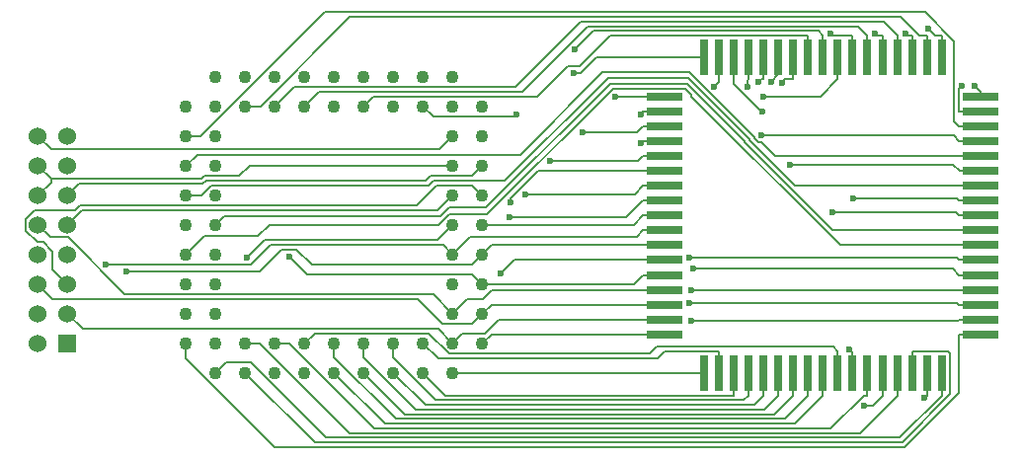
<source format=gbr>
%TF.GenerationSoftware,KiCad,Pcbnew,8.0.2-1*%
%TF.CreationDate,2024-05-11T10:02:20-04:00*%
%TF.ProjectId,Rom 01 IIgs RGBToHDMI,526f6d20-3031-4204-9949-677320524742,rev?*%
%TF.SameCoordinates,Original*%
%TF.FileFunction,Copper,L1,Top*%
%TF.FilePolarity,Positive*%
%FSLAX46Y46*%
G04 Gerber Fmt 4.6, Leading zero omitted, Abs format (unit mm)*
G04 Created by KiCad (PCBNEW 8.0.2-1) date 2024-05-11 10:02:20*
%MOMM*%
%LPD*%
G01*
G04 APERTURE LIST*
%TA.AperFunction,SMDPad,CuDef*%
%ADD10R,3.150000X0.800000*%
%TD*%
%TA.AperFunction,SMDPad,CuDef*%
%ADD11R,0.800000X3.150000*%
%TD*%
%TA.AperFunction,SMDPad,CuDef*%
%ADD12R,3.100000X0.800000*%
%TD*%
%TA.AperFunction,ComponentPad*%
%ADD13R,1.524000X1.524000*%
%TD*%
%TA.AperFunction,ComponentPad*%
%ADD14C,1.524000*%
%TD*%
%TA.AperFunction,ComponentPad*%
%ADD15C,1.100000*%
%TD*%
%TA.AperFunction,ViaPad*%
%ADD16C,0.600000*%
%TD*%
%TA.AperFunction,Conductor*%
%ADD17C,0.200000*%
%TD*%
G04 APERTURE END LIST*
D10*
%TO.P,U1,1,VID7*%
%TO.N,Net-(U1-VID7)*%
X128690000Y-85560000D03*
%TO.P,U1,2,VID8*%
%TO.N,Net-(U1-VID8)*%
X128690000Y-84290000D03*
%TO.P,U1,3,VID9*%
%TO.N,Net-(U1-VID9)*%
X128690000Y-83020000D03*
%TO.P,U1,4,VID10*%
%TO.N,Net-(U1-VID10)*%
X128690000Y-81750000D03*
%TO.P,U1,5,VID11*%
%TO.N,Net-(U1-VID11)*%
X128690000Y-80480000D03*
%TO.P,U1,6,COMP-SYN*%
%TO.N,Net-(U1-COMP-SYN)*%
X128690000Y-79180000D03*
%TO.P,U1,7,MONO-COLOR*%
%TO.N,Net-(U1-MONO-COLOR)*%
X128690000Y-77910000D03*
%TO.P,U1,8,VDD*%
%TO.N,Net-(J1-Pad16)*%
X128690000Y-76640000D03*
%TO.P,U1,9,VSS*%
%TO.N,Net-(U1-VSS)*%
X128690000Y-75370000D03*
D11*
%TO.P,U1,10,14M*%
%TO.N,Net-(U1-14M)*%
X132050000Y-72010000D03*
%TO.P,U1,11,28M*%
%TO.N,Net-(U1-28M)*%
X133320000Y-72010000D03*
%TO.P,U1,12,AD7*%
%TO.N,Net-(U1-AD7)*%
X134590000Y-72010000D03*
%TO.P,U1,13,AD6*%
%TO.N,Net-(U1-AD6)*%
X135860000Y-72010000D03*
%TO.P,U1,14,AD5*%
%TO.N,Net-(U1-AD5)*%
X137160000Y-72010000D03*
%TO.P,U1,15,AD4*%
%TO.N,Net-(U1-AD4)*%
X138430000Y-72010000D03*
%TO.P,U1,16,AD3*%
%TO.N,Net-(U1-AD3)*%
X139700000Y-72010000D03*
%TO.P,U1,17,AD2*%
%TO.N,Net-(U1-AD2)*%
X140970000Y-72010000D03*
%TO.P,U1,18,AD1*%
%TO.N,Net-(U1-AD1)*%
X142240000Y-72010000D03*
%TO.P,U1,19,AD0*%
%TO.N,Net-(U1-AD0)*%
X143510000Y-72010000D03*
%TO.P,U1,20,RGB8*%
%TO.N,Net-(U1-RGB8)*%
X144780000Y-72010000D03*
%TO.P,U1,21,RGB4*%
%TO.N,Net-(U1-RGB4)*%
X146050000Y-72010000D03*
%TO.P,U1,22,RGB2*%
%TO.N,Net-(U1-RGB2)*%
X147350000Y-72010000D03*
%TO.P,U1,23,RGB1*%
%TO.N,Net-(U1-RGB1)*%
X148620000Y-72010000D03*
%TO.P,U1,24,BD0*%
%TO.N,Net-(U1-BD0)*%
X149890000Y-72010000D03*
%TO.P,U1,25,BD1*%
%TO.N,Net-(U1-BD1)*%
X151160000Y-72010000D03*
%TO.P,U1,26,BD2*%
%TO.N,Net-(U1-BD2)*%
X152430000Y-72010000D03*
D10*
%TO.P,U1,27,BD3*%
%TO.N,Net-(U1-BD3)*%
X155790000Y-75370000D03*
%TO.P,U1,28,BD4*%
%TO.N,Net-(U1-BD4)*%
X155790000Y-76640000D03*
%TO.P,U1,29,DB5*%
%TO.N,Net-(U1-DB5)*%
X155790000Y-77910000D03*
%TO.P,U1,30,BD6*%
%TO.N,Net-(U1-BD6)*%
X155790000Y-79180000D03*
%TO.P,U1,31,BD7*%
%TO.N,Net-(U1-BD7)*%
X155790000Y-80480000D03*
D12*
%TO.P,U1,32,RA0*%
%TO.N,Net-(U1-RA0)*%
X155790000Y-81745000D03*
D10*
%TO.P,U1,33,RA1*%
%TO.N,Net-(U1-RA1)*%
X155790000Y-83020000D03*
%TO.P,U1,34,RA2*%
%TO.N,Net-(U1-RA2)*%
X155790000Y-84290000D03*
%TO.P,U1,35,RA3*%
%TO.N,Net-(U1-RA3)*%
X155790000Y-85560000D03*
%TO.P,U1,36,RA4*%
%TO.N,Net-(U1-RA4)*%
X155790000Y-86830000D03*
%TO.P,U1,37,RA5*%
%TO.N,Net-(U1-RA5)*%
X155790000Y-88100000D03*
%TO.P,U1,38,RA6*%
%TO.N,Net-(U1-RA6)*%
X155790000Y-89370000D03*
%TO.P,U1,39,RA7*%
%TO.N,Net-(U1-RA7)*%
X155790000Y-90670000D03*
%TO.P,U1,40,EXTIRQ*%
%TO.N,Net-(U1-EXTIRQ)*%
X155790000Y-91940000D03*
%TO.P,U1,41,IRQ*%
%TO.N,Net-(U1-IRQ)*%
X155790000Y-93210000D03*
%TO.P,U1,42,TEST*%
%TO.N,Net-(U1-TEST)*%
X155790000Y-94480000D03*
%TO.P,U1,43,SYNC*%
%TO.N,Net-(U1-SYNC)*%
X155790000Y-95750000D03*
D11*
%TO.P,U1,44,PDC*%
%TO.N,Net-(U1-PDC)*%
X152430000Y-99110000D03*
%TO.P,U1,45,PH0*%
%TO.N,Net-(U1-PH0)*%
X151160000Y-99110000D03*
%TO.P,U1,46,R/\u002AW*%
%TO.N,Net-(U1-R{slash}\u002AW)*%
X149890000Y-99110000D03*
%TO.P,U1,47,RESET*%
%TO.N,Net-(U1-RESET)*%
X148620000Y-99110000D03*
%TO.P,U1,48,FLIP7*%
%TO.N,Net-(U1-FLIP7)*%
X147350000Y-99110000D03*
%TO.P,U1,49,FLIP6*%
%TO.N,Net-(U1-FLIP6)*%
X146050000Y-99110000D03*
%TO.P,U1,50,A12*%
%TO.N,Net-(U1-A12)*%
X144780000Y-99110000D03*
%TO.P,U1,51,HDSEL*%
%TO.N,Net-(U1-HDSEL)*%
X143510000Y-99110000D03*
%TO.P,U1,52,VBL*%
%TO.N,Net-(U1-VBL)*%
X142240000Y-99110000D03*
%TO.P,U1,53,M2SEL/CA*%
%TO.N,Net-(U1-M2SEL{slash}CA)*%
X140970000Y-99110000D03*
%TO.P,U1,54,CLKCS*%
%TO.N,Net-(U1-CLKCS)*%
X139700000Y-99110000D03*
%TO.P,U1,55,DATA*%
%TO.N,Net-(U1-DATA)*%
X138430000Y-99110000D03*
%TO.P,U1,56,CLK*%
%TO.N,Net-(U1-CLK)*%
X137160000Y-99110000D03*
%TO.P,U1,57,1SEC*%
%TO.N,Net-(U1-1SEC)*%
X135860000Y-99110000D03*
%TO.P,U1,58,VDD*%
%TO.N,Net-(U1-VDD-Pad58)*%
X134590000Y-99110000D03*
%TO.P,U1,59,VDD*%
%TO.N,Net-(U1-VDD-Pad59)*%
X133320000Y-99110000D03*
%TO.P,U1,60,STRETCH*%
%TO.N,Net-(U1-STRETCH)*%
X132050000Y-99110000D03*
D10*
%TO.P,U1,61,EN35*%
%TO.N,Net-(U1-EN35)*%
X128690000Y-95750000D03*
%TO.P,U1,62,VID0*%
%TO.N,Net-(U1-VID0)*%
X128690000Y-94480000D03*
%TO.P,U1,63,VID1*%
%TO.N,Net-(U1-VID1)*%
X128690000Y-93210000D03*
%TO.P,U1,64,VID2*%
%TO.N,Net-(U1-VID2)*%
X128690000Y-91940000D03*
%TO.P,U1,65,VID3*%
%TO.N,Net-(U1-VID3)*%
X128690000Y-90670000D03*
%TO.P,U1,66,VID4*%
%TO.N,Net-(U1-VID4)*%
X128690000Y-89370000D03*
%TO.P,U1,67,VID5*%
%TO.N,Net-(U1-VID5)*%
X128690000Y-88100000D03*
%TO.P,U1,68,VID6*%
%TO.N,Net-(U1-VID6)*%
X128690000Y-86830000D03*
%TD*%
D13*
%TO.P,J1,1*%
%TO.N,Net-(U1-VID4)*%
X77470000Y-96520000D03*
D14*
%TO.P,J1,2*%
%TO.N,Net-(U1-VID8)*%
X74930000Y-96520000D03*
%TO.P,J1,3*%
%TO.N,Net-(U1-VID0)*%
X77470000Y-93980000D03*
%TO.P,J1,4*%
%TO.N,Net-(U1-VID5)*%
X74930000Y-93980000D03*
%TO.P,J1,5*%
%TO.N,Net-(U1-VID9)*%
X77470000Y-91440000D03*
%TO.P,J1,6*%
%TO.N,Net-(U1-VID1)*%
X74930000Y-91440000D03*
%TO.P,J1,7*%
%TO.N,Net-(U1-VSS)*%
X77470000Y-88900000D03*
%TO.P,J1,8*%
%TO.N,Net-(U1-VID6)*%
X74930000Y-88900000D03*
%TO.P,J1,9*%
%TO.N,Net-(U1-VID10)*%
X77470000Y-86360000D03*
%TO.P,J1,10*%
%TO.N,Net-(U1-VID2)*%
X74930000Y-86360000D03*
%TO.P,J1,11*%
%TO.N,Net-(U1-VID11)*%
X77470000Y-83820000D03*
%TO.P,J1,12*%
%TO.N,Net-(U1-COMP-SYN)*%
X74930000Y-83820000D03*
%TO.P,J1,13*%
%TO.N,Net-(U1-VID7)*%
X77470000Y-81280000D03*
%TO.P,J1,14*%
%TO.N,Net-(U1-COMP-SYN)*%
X74930000Y-81280000D03*
%TO.P,J1,15*%
%TO.N,Net-(U1-VID3)*%
X77470000Y-78740000D03*
%TO.P,J1,16*%
%TO.N,Net-(J1-Pad16)*%
X74930000Y-78740000D03*
%TD*%
D15*
%TO.P,U2,1,VID7*%
%TO.N,Net-(U1-VID7)*%
X113030000Y-86360000D03*
%TO.P,U2,2,VID8*%
%TO.N,Net-(U1-VID8)*%
X110490000Y-86360000D03*
%TO.P,U2,3,VID9*%
%TO.N,Net-(U1-VID9)*%
X113030000Y-83820000D03*
%TO.P,U2,4,VID10*%
%TO.N,Net-(U1-VID10)*%
X110490000Y-83820000D03*
%TO.P,U2,5,VID11*%
%TO.N,Net-(U1-VID11)*%
X113030000Y-81280000D03*
%TO.P,U2,6,COMP-SYN*%
%TO.N,Net-(U1-COMP-SYN)*%
X110490000Y-81280000D03*
%TO.P,U2,7,MONO-COLOR*%
%TO.N,Net-(U1-MONO-COLOR)*%
X113030000Y-78740000D03*
%TO.P,U2,8,VDD*%
%TO.N,Net-(J1-Pad16)*%
X110490000Y-78740000D03*
%TO.P,U2,9,VSS*%
%TO.N,Net-(U1-VSS)*%
X113030000Y-76200000D03*
%TO.P,U2,10,14M*%
%TO.N,Net-(U1-14M)*%
X110490000Y-73660000D03*
%TO.P,U2,11,28M*%
%TO.N,Net-(U1-28M)*%
X110490000Y-76200000D03*
%TO.P,U2,12,AD7*%
%TO.N,Net-(U1-AD7)*%
X107950000Y-73660000D03*
%TO.P,U2,13,AD6*%
%TO.N,Net-(U1-AD6)*%
X107950000Y-76200000D03*
%TO.P,U2,14,AD5*%
%TO.N,Net-(U1-AD5)*%
X105410000Y-73660000D03*
%TO.P,U2,15,AD4*%
%TO.N,Net-(U1-AD4)*%
X105410000Y-76200000D03*
%TO.P,U2,16,AD3*%
%TO.N,Net-(U1-AD3)*%
X102870000Y-73660000D03*
%TO.P,U2,17,AD2*%
%TO.N,Net-(U1-AD2)*%
X102870000Y-76200000D03*
%TO.P,U2,18,AD1*%
%TO.N,Net-(U1-AD1)*%
X100330000Y-73660000D03*
%TO.P,U2,19,AD0*%
%TO.N,Net-(U1-AD0)*%
X100330000Y-76200000D03*
%TO.P,U2,20,RGB8*%
%TO.N,Net-(U1-RGB8)*%
X97790000Y-73660000D03*
%TO.P,U2,21,RGB4*%
%TO.N,Net-(U1-RGB4)*%
X97790000Y-76200000D03*
%TO.P,U2,22,RGB2*%
%TO.N,Net-(U1-RGB2)*%
X95250000Y-73660000D03*
%TO.P,U2,23,RGB1*%
%TO.N,Net-(U1-RGB1)*%
X95250000Y-76200000D03*
%TO.P,U2,24,BD0*%
%TO.N,Net-(U1-BD0)*%
X92710000Y-73660000D03*
%TO.P,U2,25,BD1*%
%TO.N,Net-(U1-BD1)*%
X92710000Y-76200000D03*
%TO.P,U2,26,BD2*%
%TO.N,Net-(U1-BD2)*%
X90170000Y-73660000D03*
%TO.P,U2,27,BD3*%
%TO.N,Net-(U1-BD3)*%
X87630000Y-76200000D03*
%TO.P,U2,28,BD4*%
%TO.N,Net-(U1-BD4)*%
X90170000Y-76200000D03*
%TO.P,U2,29,DB5*%
%TO.N,Net-(U1-DB5)*%
X87630000Y-78740000D03*
%TO.P,U2,30,BD6*%
%TO.N,Net-(U1-BD6)*%
X90170000Y-78740000D03*
%TO.P,U2,31,BD7*%
%TO.N,Net-(U1-BD7)*%
X87630000Y-81280000D03*
%TO.P,U2,32,RA0*%
%TO.N,Net-(U1-RA0)*%
X90170000Y-81280000D03*
%TO.P,U2,33,RA1*%
%TO.N,Net-(U1-RA1)*%
X87630000Y-83820000D03*
%TO.P,U2,34,RA2*%
%TO.N,Net-(U1-RA2)*%
X90170000Y-83820000D03*
%TO.P,U2,35,RA3*%
%TO.N,Net-(U1-RA3)*%
X87630000Y-86360000D03*
%TO.P,U2,36,RA4*%
%TO.N,Net-(U1-RA4)*%
X90170000Y-86360000D03*
%TO.P,U2,37,RA5*%
%TO.N,Net-(U1-RA5)*%
X87630000Y-88900000D03*
%TO.P,U2,38,RA6*%
%TO.N,Net-(U1-RA6)*%
X90170000Y-88900000D03*
%TO.P,U2,39,RA7*%
%TO.N,Net-(U1-RA7)*%
X87630000Y-91440000D03*
%TO.P,U2,40,EXTIRQ*%
%TO.N,Net-(U1-EXTIRQ)*%
X90170000Y-91440000D03*
%TO.P,U2,41,IRQ*%
%TO.N,Net-(U1-IRQ)*%
X87630000Y-93980000D03*
%TO.P,U2,42,TEST*%
%TO.N,Net-(U1-TEST)*%
X90170000Y-93980000D03*
%TO.P,U2,43,SYNC*%
%TO.N,Net-(U1-SYNC)*%
X87630000Y-96520000D03*
%TO.P,U2,44,PDC*%
%TO.N,Net-(U1-PDC)*%
X90170000Y-99060000D03*
%TO.P,U2,45,PH0*%
%TO.N,Net-(U1-PH0)*%
X90170000Y-96520000D03*
%TO.P,U2,46,R/\u002AW*%
%TO.N,Net-(U1-R{slash}\u002AW)*%
X92710000Y-99060000D03*
%TO.P,U2,47,RESET*%
%TO.N,Net-(U1-RESET)*%
X92710000Y-96520000D03*
%TO.P,U2,48,FLIP7*%
%TO.N,Net-(U1-FLIP7)*%
X95250000Y-99060000D03*
%TO.P,U2,49,FLIP6*%
%TO.N,Net-(U1-FLIP6)*%
X95250000Y-96520000D03*
%TO.P,U2,50,A12*%
%TO.N,Net-(U1-A12)*%
X97790000Y-99060000D03*
%TO.P,U2,51,HDSEL*%
%TO.N,Net-(U1-HDSEL)*%
X97790000Y-96520000D03*
%TO.P,U2,52,VBL*%
%TO.N,Net-(U1-VBL)*%
X100330000Y-99060000D03*
%TO.P,U2,53,M2SEL/CA*%
%TO.N,Net-(U1-M2SEL{slash}CA)*%
X100330000Y-96520000D03*
%TO.P,U2,54,CLKCS*%
%TO.N,Net-(U1-CLKCS)*%
X102870000Y-99060000D03*
%TO.P,U2,55,DATA*%
%TO.N,Net-(U1-DATA)*%
X102870000Y-96520000D03*
%TO.P,U2,56,CLK*%
%TO.N,Net-(U1-CLK)*%
X105410000Y-99060000D03*
%TO.P,U2,57,1SEC*%
%TO.N,Net-(U1-1SEC)*%
X105410000Y-96520000D03*
%TO.P,U2,58,VDD*%
%TO.N,Net-(U1-VDD-Pad58)*%
X107950000Y-99060000D03*
%TO.P,U2,59,VDD*%
%TO.N,Net-(U1-VDD-Pad59)*%
X107950000Y-96520000D03*
%TO.P,U2,60,STRETCH*%
%TO.N,Net-(U1-STRETCH)*%
X110490000Y-99060000D03*
%TO.P,U2,61,EN35*%
%TO.N,Net-(U1-EN35)*%
X113030000Y-96520000D03*
%TO.P,U2,62,VID0*%
%TO.N,Net-(U1-VID0)*%
X110490000Y-96520000D03*
%TO.P,U2,63,VID1*%
%TO.N,Net-(U1-VID1)*%
X113030000Y-93980000D03*
%TO.P,U2,64,VID2*%
%TO.N,Net-(U1-VID2)*%
X110490000Y-93980000D03*
%TO.P,U2,65,VID3*%
%TO.N,Net-(U1-VID3)*%
X113030000Y-91440000D03*
%TO.P,U2,66,VID4*%
%TO.N,Net-(U1-VID4)*%
X110490000Y-91440000D03*
%TO.P,U2,67,VID5*%
%TO.N,Net-(U1-VID5)*%
X113030000Y-88900000D03*
%TO.P,U2,68,VID6*%
%TO.N,Net-(U1-VID6)*%
X110490000Y-88900000D03*
%TD*%
D16*
%TO.N,Net-(U1-BD3)*%
X155268600Y-74440500D03*
%TO.N,Net-(U1-AD3)*%
X138700700Y-74158500D03*
%TO.N,Net-(U1-EXTIRQ)*%
X130969700Y-91945300D03*
%TO.N,Net-(U1-BD2)*%
X151283200Y-69525300D03*
%TO.N,Net-(U1-RA7)*%
X131146100Y-90115600D03*
%TO.N,Net-(U1-BD4)*%
X154107900Y-74430000D03*
%TO.N,Net-(U1-AD6)*%
X115950000Y-76860600D03*
X135753400Y-74528800D03*
%TO.N,Net-(U1-RA0)*%
X139419900Y-81221500D03*
%TO.N,Net-(U1-AD7)*%
X137062600Y-76678500D03*
%TO.N,Net-(U1-AD4)*%
X137767300Y-74090300D03*
%TO.N,Net-(U1-BD6)*%
X136952800Y-78702600D03*
%TO.N,Net-(U1-AD5)*%
X136711600Y-74102300D03*
%TO.N,Net-(U1-14M)*%
X120871600Y-73349500D03*
%TO.N,Net-(U1-RA2)*%
X144796500Y-84055600D03*
%TO.N,Net-(U1-BD0)*%
X149352900Y-69923600D03*
%TO.N,Net-(U1-RGB2)*%
X146705900Y-69963300D03*
%TO.N,Net-(U1-RA6)*%
X130780600Y-89162900D03*
%TO.N,Net-(U1-TEST)*%
X130909000Y-94604400D03*
%TO.N,Net-(U1-AD0)*%
X137154600Y-75404300D03*
%TO.N,Net-(U1-A12)*%
X144461600Y-97023000D03*
%TO.N,Net-(U1-FLIP7)*%
X145723500Y-101835700D03*
%TO.N,Net-(U1-MONO-COLOR)*%
X121651700Y-78453500D03*
%TO.N,Net-(U1-RGB8)*%
X142876600Y-69932400D03*
%TO.N,Net-(U1-RA3)*%
X143018800Y-85299000D03*
%TO.N,Net-(U1-PH0)*%
X150951800Y-101193300D03*
%TO.N,Net-(U1-AD1)*%
X120925400Y-71330300D03*
%TO.N,Net-(U1-IRQ)*%
X130806800Y-93045000D03*
%TO.N,Net-(U1-28M)*%
X132886200Y-74510400D03*
%TO.N,Net-(U1-VID4)*%
X114605900Y-90526700D03*
%TO.N,Net-(J1-Pad16)*%
X126587900Y-76890500D03*
%TO.N,Net-(U1-VID11)*%
X118850400Y-80913700D03*
%TO.N,Net-(U1-VID10)*%
X115482900Y-84436400D03*
%TO.N,Net-(U1-VSS)*%
X124412100Y-75370000D03*
%TO.N,Net-(U1-VID8)*%
X92836400Y-89165600D03*
X115366500Y-85720500D03*
%TO.N,Net-(U1-COMP-SYN)*%
X126607900Y-79385400D03*
%TO.N,Net-(U1-VID9)*%
X116700800Y-83752100D03*
%TO.N,Net-(U1-VID5)*%
X82542400Y-90371100D03*
%TO.N,Net-(U1-VID6)*%
X80740100Y-89759900D03*
%TO.N,Net-(U1-VID3)*%
X96464900Y-89066200D03*
%TD*%
D17*
%TO.N,Net-(U1-BD3)*%
X155790000Y-74961900D02*
X155790000Y-75370000D01*
X155268600Y-74440500D02*
X155790000Y-74961900D01*
%TO.N,Net-(U1-AD3)*%
X139700000Y-72010000D02*
X139700000Y-73886700D01*
X138972500Y-73886700D02*
X138700700Y-74158500D01*
X139700000Y-73886700D02*
X138972500Y-73886700D01*
%TO.N,Net-(U1-DATA)*%
X138430000Y-99110000D02*
X138430000Y-100986700D01*
X137224900Y-102191800D02*
X138430000Y-100986700D01*
X107308400Y-102191800D02*
X137224900Y-102191800D01*
X102870000Y-97753400D02*
X107308400Y-102191800D01*
X102870000Y-96520000D02*
X102870000Y-97753400D01*
%TO.N,Net-(U1-EXTIRQ)*%
X153908000Y-91945300D02*
X153913300Y-91940000D01*
X130969700Y-91945300D02*
X153908000Y-91945300D01*
X155790000Y-91940000D02*
X153913300Y-91940000D01*
%TO.N,Net-(U1-BD2)*%
X152430000Y-72010000D02*
X152430000Y-70133300D01*
X151891200Y-70133300D02*
X151283200Y-69525300D01*
X152430000Y-70133300D02*
X151891200Y-70133300D01*
%TO.N,Net-(U1-RA7)*%
X153358900Y-90115600D02*
X153913300Y-90670000D01*
X131146100Y-90115600D02*
X153358900Y-90115600D01*
X155790000Y-90670000D02*
X153913300Y-90670000D01*
%TO.N,Net-(U1-RA1)*%
X155790000Y-83020000D02*
X153913300Y-83020000D01*
X88965500Y-83820000D02*
X87630000Y-83820000D01*
X89817200Y-82968300D02*
X88965500Y-83820000D01*
X108450200Y-82968300D02*
X89817200Y-82968300D01*
X108851900Y-82566600D02*
X108450200Y-82968300D01*
X114978900Y-82566600D02*
X108851900Y-82566600D01*
X123793800Y-73751700D02*
X114978900Y-82566600D01*
X130682400Y-73751700D02*
X123793800Y-73751700D01*
X135946700Y-79016000D02*
X130682400Y-73751700D01*
X135946700Y-79115500D02*
X135946700Y-79016000D01*
X139851200Y-83020000D02*
X135946700Y-79115500D01*
X153913300Y-83020000D02*
X139851200Y-83020000D01*
%TO.N,Net-(U1-RGB1)*%
X147414600Y-68927900D02*
X148620000Y-70133300D01*
X121466600Y-68927900D02*
X147414600Y-68927900D01*
X115866600Y-74527900D02*
X121466600Y-68927900D01*
X96922100Y-74527900D02*
X115866600Y-74527900D01*
X95250000Y-76200000D02*
X96922100Y-74527900D01*
X148620000Y-72010000D02*
X148620000Y-70133300D01*
%TO.N,Net-(U1-HDSEL)*%
X143510000Y-99110000D02*
X143510000Y-97233300D01*
X98643000Y-95667000D02*
X97790000Y-96520000D01*
X108432500Y-95667000D02*
X98643000Y-95667000D01*
X110184900Y-97419400D02*
X108432500Y-95667000D01*
X127368200Y-97419400D02*
X110184900Y-97419400D01*
X127956000Y-96831600D02*
X127368200Y-97419400D01*
X143108300Y-96831600D02*
X127956000Y-96831600D01*
X143510000Y-97233300D02*
X143108300Y-96831600D01*
%TO.N,Net-(U1-BD4)*%
X155790000Y-76640000D02*
X153913300Y-76640000D01*
X153913300Y-74624600D02*
X154107900Y-74430000D01*
X153913300Y-76640000D02*
X153913300Y-74624600D01*
%TO.N,Net-(U1-RESET)*%
X148620000Y-99110000D02*
X148620000Y-100986700D01*
X145406400Y-104200300D02*
X148620000Y-100986700D01*
X101633900Y-104200300D02*
X145406400Y-104200300D01*
X93953600Y-96520000D02*
X101633900Y-104200300D01*
X92710000Y-96520000D02*
X93953600Y-96520000D01*
%TO.N,Net-(U1-AD6)*%
X135860000Y-72010000D02*
X135860000Y-73886700D01*
X135753400Y-73993300D02*
X135860000Y-73886700D01*
X135753400Y-74528800D02*
X135753400Y-73993300D01*
X115754500Y-77056100D02*
X115950000Y-76860600D01*
X108806100Y-77056100D02*
X115754500Y-77056100D01*
X107950000Y-76200000D02*
X108806100Y-77056100D01*
%TO.N,Net-(U1-BD1)*%
X151160000Y-72010000D02*
X151160000Y-70133300D01*
X94011200Y-76200000D02*
X92710000Y-76200000D01*
X101685000Y-68526200D02*
X94011200Y-76200000D01*
X148859000Y-68526200D02*
X101685000Y-68526200D01*
X150466100Y-70133300D02*
X148859000Y-68526200D01*
X151160000Y-70133300D02*
X150466100Y-70133300D01*
%TO.N,Net-(U1-PDC)*%
X152430000Y-99110000D02*
X152430000Y-100986700D01*
X148814700Y-104602000D02*
X152430000Y-100986700D01*
X99587500Y-104602000D02*
X148814700Y-104602000D01*
X93142900Y-98157400D02*
X99587500Y-104602000D01*
X91072600Y-98157400D02*
X93142900Y-98157400D01*
X90170000Y-99060000D02*
X91072600Y-98157400D01*
%TO.N,Net-(U1-RA0)*%
X153414800Y-81221500D02*
X153938300Y-81745000D01*
X139419900Y-81221500D02*
X153414800Y-81221500D01*
X155790000Y-81745000D02*
X153938300Y-81745000D01*
%TO.N,Net-(U1-DB5)*%
X155790000Y-77910000D02*
X153913300Y-77910000D01*
X88877900Y-78740000D02*
X87630000Y-78740000D01*
X99493400Y-68124500D02*
X88877900Y-78740000D01*
X150997600Y-68124500D02*
X99493400Y-68124500D01*
X153488000Y-70614900D02*
X150997600Y-68124500D01*
X153488000Y-77484700D02*
X153488000Y-70614900D01*
X153913300Y-77910000D02*
X153488000Y-77484700D01*
%TO.N,Net-(U1-SYNC)*%
X155790000Y-95750000D02*
X153913300Y-95750000D01*
X153913300Y-100745600D02*
X153913300Y-95750000D01*
X149253500Y-105405400D02*
X153913300Y-100745600D01*
X95246000Y-105405400D02*
X149253500Y-105405400D01*
X87630000Y-97789400D02*
X95246000Y-105405400D01*
X87630000Y-96520000D02*
X87630000Y-97789400D01*
%TO.N,Net-(U1-AD7)*%
X136985800Y-76678500D02*
X137062600Y-76678500D01*
X134590000Y-74282700D02*
X136985800Y-76678500D01*
X134590000Y-72010000D02*
X134590000Y-74282700D01*
%TO.N,Net-(U1-AD4)*%
X138430000Y-73427600D02*
X137767300Y-74090300D01*
X138430000Y-72010000D02*
X138430000Y-73427600D01*
%TO.N,Net-(U1-BD6)*%
X155790000Y-79180000D02*
X153913300Y-79180000D01*
X153435900Y-78702600D02*
X136952800Y-78702600D01*
X153913300Y-79180000D02*
X153435900Y-78702600D01*
%TO.N,Net-(U1-AD2)*%
X124015400Y-70133300D02*
X140970000Y-70133300D01*
X121400900Y-72747800D02*
X124015400Y-70133300D01*
X120356700Y-72747800D02*
X121400900Y-72747800D01*
X117756200Y-75348300D02*
X120356700Y-72747800D01*
X103721700Y-75348300D02*
X117756200Y-75348300D01*
X102870000Y-76200000D02*
X103721700Y-75348300D01*
X140970000Y-72010000D02*
X140970000Y-70133300D01*
%TO.N,Net-(U1-AD5)*%
X136927200Y-73886700D02*
X136711600Y-74102300D01*
X137160000Y-73886700D02*
X136927200Y-73886700D01*
X137160000Y-72010000D02*
X137160000Y-73886700D01*
%TO.N,Net-(U1-RA5)*%
X89195200Y-87334800D02*
X87630000Y-88900000D01*
X93775500Y-87334800D02*
X89195200Y-87334800D01*
X94752800Y-86357500D02*
X93775500Y-87334800D01*
X109287000Y-86357500D02*
X94752800Y-86357500D01*
X110189800Y-85454700D02*
X109287000Y-86357500D01*
X113442100Y-85454700D02*
X110189800Y-85454700D01*
X124242600Y-74654200D02*
X113442100Y-85454700D01*
X130410100Y-74654200D02*
X124242600Y-74654200D01*
X130958200Y-75202300D02*
X130410100Y-74654200D01*
X130958200Y-75333100D02*
X130958200Y-75202300D01*
X143725100Y-88100000D02*
X130958200Y-75333100D01*
X155790000Y-88100000D02*
X143725100Y-88100000D01*
%TO.N,Net-(U1-EN35)*%
X128690000Y-95750000D02*
X126813300Y-95750000D01*
X113800000Y-95750000D02*
X113030000Y-96520000D01*
X126813300Y-95750000D02*
X113800000Y-95750000D01*
%TO.N,Net-(U1-14M)*%
X121437900Y-73349500D02*
X120871600Y-73349500D01*
X122777400Y-72010000D02*
X121437900Y-73349500D01*
X132050000Y-72010000D02*
X122777400Y-72010000D01*
%TO.N,Net-(U1-RA2)*%
X153678900Y-84055600D02*
X153913300Y-84290000D01*
X144796500Y-84055600D02*
X153678900Y-84055600D01*
X155790000Y-84290000D02*
X153913300Y-84290000D01*
%TO.N,Net-(U1-BD0)*%
X149890000Y-72010000D02*
X149890000Y-70133300D01*
X149562600Y-70133300D02*
X149352900Y-69923600D01*
X149890000Y-70133300D02*
X149562600Y-70133300D01*
%TO.N,Net-(U1-RGB2)*%
X147350000Y-72010000D02*
X147350000Y-70133300D01*
X146875900Y-70133300D02*
X146705900Y-69963300D01*
X147350000Y-70133300D02*
X146875900Y-70133300D01*
%TO.N,Net-(U1-M2SEL{slash}CA)*%
X140970000Y-99110000D02*
X140970000Y-100986700D01*
X138961500Y-102995200D02*
X140970000Y-100986700D01*
X105586600Y-102995200D02*
X138961500Y-102995200D01*
X100330000Y-97738600D02*
X105586600Y-102995200D01*
X100330000Y-96520000D02*
X100330000Y-97738600D01*
%TO.N,Net-(U1-RA6)*%
X155790000Y-89370000D02*
X153913300Y-89370000D01*
X153706200Y-89162900D02*
X130780600Y-89162900D01*
X153913300Y-89370000D02*
X153706200Y-89162900D01*
%TO.N,Net-(U1-1SEC)*%
X135458300Y-101388400D02*
X135860000Y-100986700D01*
X109044300Y-101388400D02*
X135458300Y-101388400D01*
X105410000Y-97754100D02*
X109044300Y-101388400D01*
X105410000Y-96520000D02*
X105410000Y-97754100D01*
X135860000Y-99110000D02*
X135860000Y-100986700D01*
%TO.N,Net-(U1-TEST)*%
X153788900Y-94604400D02*
X153913300Y-94480000D01*
X130909000Y-94604400D02*
X153788900Y-94604400D01*
X155790000Y-94480000D02*
X153913300Y-94480000D01*
%TO.N,Net-(U1-AD0)*%
X141992400Y-75404300D02*
X143510000Y-73886700D01*
X137154600Y-75404300D02*
X141992400Y-75404300D01*
X143510000Y-72010000D02*
X143510000Y-73886700D01*
%TO.N,Net-(U1-RA4)*%
X90878100Y-85651900D02*
X90170000Y-86360000D01*
X109421400Y-85651900D02*
X90878100Y-85651900D01*
X110186200Y-84887100D02*
X109421400Y-85651900D01*
X113304500Y-84887100D02*
X110186200Y-84887100D01*
X123962000Y-74229600D02*
X113304500Y-84887100D01*
X130592200Y-74229600D02*
X123962000Y-74229600D01*
X135545000Y-79182400D02*
X130592200Y-74229600D01*
X135545000Y-79285900D02*
X135545000Y-79182400D01*
X143089100Y-86830000D02*
X135545000Y-79285900D01*
X155790000Y-86830000D02*
X143089100Y-86830000D01*
%TO.N,Net-(U1-R{slash}\u002AW)*%
X149890000Y-99110000D02*
X149890000Y-97233300D01*
X152962400Y-97233300D02*
X149890000Y-97233300D01*
X153154800Y-97425700D02*
X152962400Y-97233300D01*
X153154800Y-100894200D02*
X153154800Y-97425700D01*
X149045300Y-105003700D02*
X153154800Y-100894200D01*
X98653700Y-105003700D02*
X149045300Y-105003700D01*
X92710000Y-99060000D02*
X98653700Y-105003700D01*
%TO.N,Net-(U1-STRETCH)*%
X132000000Y-99060000D02*
X132050000Y-99110000D01*
X110490000Y-99060000D02*
X132000000Y-99060000D01*
%TO.N,Net-(U1-BD7)*%
X88569400Y-80340600D02*
X87630000Y-81280000D01*
X116283900Y-80340600D02*
X88569400Y-80340600D01*
X123358100Y-73266400D02*
X116283900Y-80340600D01*
X130784100Y-73266400D02*
X123358100Y-73266400D01*
X136349900Y-78832200D02*
X130784100Y-73266400D01*
X136349900Y-78950700D02*
X136349900Y-78832200D01*
X136704600Y-79305400D02*
X136349900Y-78950700D01*
X136943700Y-79305400D02*
X136704600Y-79305400D01*
X138118300Y-80480000D02*
X136943700Y-79305400D01*
X155790000Y-80480000D02*
X138118300Y-80480000D01*
%TO.N,Net-(U1-RGB4)*%
X146050000Y-72010000D02*
X146050000Y-70133300D01*
X145246600Y-69329900D02*
X146050000Y-70133300D01*
X122047900Y-69329900D02*
X145246600Y-69329900D01*
X116431900Y-74945900D02*
X122047900Y-69329900D01*
X99044100Y-74945900D02*
X116431900Y-74945900D01*
X97790000Y-76200000D02*
X99044100Y-74945900D01*
%TO.N,Net-(U1-VDD-Pad59)*%
X128688100Y-97233300D02*
X133320000Y-97233300D01*
X128100300Y-97821100D02*
X128688100Y-97233300D01*
X109251100Y-97821100D02*
X128100300Y-97821100D01*
X107950000Y-96520000D02*
X109251100Y-97821100D01*
X133320000Y-99110000D02*
X133320000Y-97233300D01*
%TO.N,Net-(U1-A12)*%
X144671900Y-97233300D02*
X144461600Y-97023000D01*
X144780000Y-97233300D02*
X144671900Y-97233300D01*
X144780000Y-99110000D02*
X144780000Y-97233300D01*
%TO.N,Net-(U1-FLIP7)*%
X147350000Y-99110000D02*
X147350000Y-100986700D01*
X146501000Y-101835700D02*
X145723500Y-101835700D01*
X147350000Y-100986700D02*
X146501000Y-101835700D01*
%TO.N,Net-(U1-MONO-COLOR)*%
X126269800Y-78453500D02*
X126813300Y-77910000D01*
X121651700Y-78453500D02*
X126269800Y-78453500D01*
X128690000Y-77910000D02*
X126813300Y-77910000D01*
%TO.N,Net-(U1-RGB8)*%
X144780000Y-72010000D02*
X144780000Y-70133300D01*
X143077500Y-70133300D02*
X142876600Y-69932400D01*
X144780000Y-70133300D02*
X143077500Y-70133300D01*
%TO.N,Net-(U1-RA3)*%
X155790000Y-85560000D02*
X153913300Y-85560000D01*
X153652300Y-85299000D02*
X143018800Y-85299000D01*
X153913300Y-85560000D02*
X153652300Y-85299000D01*
%TO.N,Net-(U1-CLKCS)*%
X139700000Y-99110000D02*
X139700000Y-100986700D01*
X138093200Y-102593500D02*
X139700000Y-100986700D01*
X106403500Y-102593500D02*
X138093200Y-102593500D01*
X102870000Y-99060000D02*
X106403500Y-102593500D01*
%TO.N,Net-(U1-VBL)*%
X142240000Y-99110000D02*
X142240000Y-100986700D01*
X139829800Y-103396900D02*
X142240000Y-100986700D01*
X104666900Y-103396900D02*
X139829800Y-103396900D01*
X100330000Y-99060000D02*
X104666900Y-103396900D01*
%TO.N,Net-(U1-PH0)*%
X151160000Y-99110000D02*
X151160000Y-100986700D01*
X150953400Y-101193300D02*
X150951800Y-101193300D01*
X151160000Y-100986700D02*
X150953400Y-101193300D01*
%TO.N,Net-(U1-AD1)*%
X142240000Y-72010000D02*
X142240000Y-70133300D01*
X122524100Y-69731600D02*
X120925400Y-71330300D01*
X141838300Y-69731600D02*
X122524100Y-69731600D01*
X142240000Y-70133300D02*
X141838300Y-69731600D01*
%TO.N,Net-(U1-VDD-Pad58)*%
X134590000Y-99110000D02*
X134590000Y-100986700D01*
X109876700Y-100986700D02*
X107950000Y-99060000D01*
X134590000Y-100986700D02*
X109876700Y-100986700D01*
%TO.N,Net-(U1-IRQ)*%
X155790000Y-93210000D02*
X153913300Y-93210000D01*
X153748300Y-93045000D02*
X130806800Y-93045000D01*
X153913300Y-93210000D02*
X153748300Y-93045000D01*
%TO.N,Net-(U1-FLIP6)*%
X146050000Y-99110000D02*
X146050000Y-100986700D01*
X145721700Y-100986700D02*
X146050000Y-100986700D01*
X142909800Y-103798600D02*
X145721700Y-100986700D01*
X103788400Y-103798600D02*
X142909800Y-103798600D01*
X96509800Y-96520000D02*
X103788400Y-103798600D01*
X95250000Y-96520000D02*
X96509800Y-96520000D01*
%TO.N,Net-(U1-CLK)*%
X137160000Y-99110000D02*
X137160000Y-100986700D01*
X136356600Y-101790100D02*
X137160000Y-100986700D01*
X108140100Y-101790100D02*
X136356600Y-101790100D01*
X105410000Y-99060000D02*
X108140100Y-101790100D01*
%TO.N,Net-(U1-28M)*%
X133320000Y-72010000D02*
X133320000Y-73886700D01*
X133320000Y-74076600D02*
X132886200Y-74510400D01*
X133320000Y-73886700D02*
X133320000Y-74076600D01*
%TO.N,Net-(U1-VID4)*%
X115762600Y-89370000D02*
X128690000Y-89370000D01*
X114605900Y-90526700D02*
X115762600Y-89370000D01*
%TO.N,Net-(J1-Pad16)*%
X76041100Y-79851100D02*
X74930000Y-78740000D01*
X109378900Y-79851100D02*
X76041100Y-79851100D01*
X110490000Y-78740000D02*
X109378900Y-79851100D01*
X128690000Y-76640000D02*
X126813300Y-76640000D01*
X126813300Y-76665100D02*
X126587900Y-76890500D01*
X126813300Y-76640000D02*
X126813300Y-76665100D01*
%TO.N,Net-(U1-VID11)*%
X78435000Y-82855000D02*
X77470000Y-83820000D01*
X78435000Y-82854900D02*
X78435000Y-82855000D01*
X89065200Y-82854900D02*
X78435000Y-82854900D01*
X89353500Y-82566600D02*
X89065200Y-82854900D01*
X108184600Y-82566600D02*
X89353500Y-82566600D01*
X108586300Y-82164900D02*
X108184600Y-82566600D01*
X112145100Y-82164900D02*
X108586300Y-82164900D01*
X113030000Y-81280000D02*
X112145100Y-82164900D01*
X128690000Y-80480000D02*
X126813300Y-80480000D01*
X126379600Y-80913700D02*
X118850400Y-80913700D01*
X126813300Y-80480000D02*
X126379600Y-80913700D01*
%TO.N,Net-(U1-VID10)*%
X115482900Y-84119200D02*
X115482900Y-84436400D01*
X117852100Y-81750000D02*
X115482900Y-84119200D01*
X128690000Y-81750000D02*
X117852100Y-81750000D01*
X78680800Y-85149200D02*
X77470000Y-86360000D01*
X109160800Y-85149200D02*
X78680800Y-85149200D01*
X110490000Y-83820000D02*
X109160800Y-85149200D01*
%TO.N,Net-(U1-VSS)*%
X128690000Y-75370000D02*
X126813300Y-75370000D01*
X126813300Y-75370000D02*
X124412100Y-75370000D01*
%TO.N,Net-(U1-VID8)*%
X94341000Y-87661000D02*
X92836400Y-89165600D01*
X109189000Y-87661000D02*
X94341000Y-87661000D01*
X110490000Y-86360000D02*
X109189000Y-87661000D01*
X125382800Y-85720500D02*
X126813300Y-84290000D01*
X115366500Y-85720500D02*
X125382800Y-85720500D01*
X128690000Y-84290000D02*
X126813300Y-84290000D01*
%TO.N,Net-(U1-COMP-SYN)*%
X128690000Y-79180000D02*
X126813300Y-79180000D01*
X76041200Y-82708800D02*
X74930000Y-83820000D01*
X76041200Y-82391200D02*
X76041200Y-82708800D01*
X76041200Y-82391200D02*
X74930000Y-81280000D01*
X126813300Y-79180000D02*
X126607900Y-79385400D01*
X88958800Y-82391200D02*
X76041200Y-82391200D01*
X89186600Y-82163400D02*
X88958800Y-82391200D01*
X92192300Y-82163400D02*
X89186600Y-82163400D01*
X93075700Y-81280000D02*
X92192300Y-82163400D01*
X110490000Y-81280000D02*
X93075700Y-81280000D01*
%TO.N,Net-(U1-VID9)*%
X126081200Y-83752100D02*
X126813300Y-83020000D01*
X116700800Y-83752100D02*
X126081200Y-83752100D01*
X128690000Y-83020000D02*
X126813300Y-83020000D01*
X76200000Y-90170000D02*
X77470000Y-91440000D01*
X76200000Y-88654100D02*
X76200000Y-90170000D01*
X75375900Y-87830000D02*
X76200000Y-88654100D01*
X74851000Y-87830000D02*
X75375900Y-87830000D01*
X73866300Y-86845300D02*
X74851000Y-87830000D01*
X73866300Y-85889900D02*
X73866300Y-86845300D01*
X74666200Y-85090000D02*
X73866300Y-85889900D01*
X78138400Y-85090000D02*
X74666200Y-85090000D01*
X78556700Y-84671700D02*
X78138400Y-85090000D01*
X107415900Y-84671700D02*
X78556700Y-84671700D01*
X109119300Y-82968300D02*
X107415900Y-84671700D01*
X112178300Y-82968300D02*
X109119300Y-82968300D01*
X113030000Y-83820000D02*
X112178300Y-82968300D01*
%TO.N,Net-(U1-VID5)*%
X113830000Y-88100000D02*
X113030000Y-88900000D01*
X128690000Y-88100000D02*
X113830000Y-88100000D01*
X112178300Y-89751700D02*
X113030000Y-88900000D01*
X98403100Y-89751700D02*
X112178300Y-89751700D01*
X97115800Y-88464400D02*
X98403100Y-89751700D01*
X95814100Y-88464400D02*
X97115800Y-88464400D01*
X93907400Y-90371100D02*
X95814100Y-88464400D01*
X82542400Y-90371100D02*
X93907400Y-90371100D01*
%TO.N,Net-(U1-VID7)*%
X126013300Y-86360000D02*
X126813300Y-85560000D01*
X113030000Y-86360000D02*
X126013300Y-86360000D01*
X128690000Y-85560000D02*
X126813300Y-85560000D01*
%TO.N,Net-(U1-VID1)*%
X113800000Y-93210000D02*
X113030000Y-93980000D01*
X128690000Y-93210000D02*
X113800000Y-93210000D01*
X76200000Y-92710000D02*
X74930000Y-91440000D01*
X107491700Y-92710000D02*
X76200000Y-92710000D01*
X109639800Y-94858100D02*
X107491700Y-92710000D01*
X112151900Y-94858100D02*
X109639800Y-94858100D01*
X113030000Y-93980000D02*
X112151900Y-94858100D01*
%TO.N,Net-(U1-VID6)*%
X128690000Y-86830000D02*
X126813300Y-86830000D01*
X126245000Y-87398300D02*
X126813300Y-86830000D01*
X111991700Y-87398300D02*
X126245000Y-87398300D01*
X110490000Y-88900000D02*
X111991700Y-87398300D01*
X109652700Y-88062700D02*
X110490000Y-88900000D01*
X94883900Y-88062700D02*
X109652700Y-88062700D01*
X93179300Y-89767300D02*
X94883900Y-88062700D01*
X80747500Y-89767300D02*
X93179300Y-89767300D01*
X80740100Y-89759900D02*
X80747500Y-89767300D01*
%TO.N,Net-(U1-VID2)*%
X111760000Y-92710000D02*
X110490000Y-93980000D01*
X113097700Y-92710000D02*
X111760000Y-92710000D01*
X113867700Y-91940000D02*
X113097700Y-92710000D01*
X128690000Y-91940000D02*
X113867700Y-91940000D01*
X108818300Y-92308300D02*
X110490000Y-93980000D01*
X82382700Y-92308300D02*
X108818300Y-92308300D01*
X77504200Y-87429800D02*
X82382700Y-92308300D01*
X75999800Y-87429800D02*
X77504200Y-87429800D01*
X74930000Y-86360000D02*
X75999800Y-87429800D01*
%TO.N,Net-(U1-VID0)*%
X111341700Y-95668300D02*
X110490000Y-96520000D01*
X113280700Y-95668300D02*
X111341700Y-95668300D01*
X114469000Y-94480000D02*
X113280700Y-95668300D01*
X128690000Y-94480000D02*
X114469000Y-94480000D01*
X109228300Y-95258300D02*
X110490000Y-96520000D01*
X78748300Y-95258300D02*
X109228300Y-95258300D01*
X77470000Y-93980000D02*
X78748300Y-95258300D01*
%TO.N,Net-(U1-VID3)*%
X128690000Y-90670000D02*
X126813300Y-90670000D01*
X126043300Y-91440000D02*
X113030000Y-91440000D01*
X126813300Y-90670000D02*
X126043300Y-91440000D01*
X112178300Y-90588300D02*
X113030000Y-91440000D01*
X97987000Y-90588300D02*
X112178300Y-90588300D01*
X96464900Y-89066200D02*
X97987000Y-90588300D01*
%TD*%
M02*

</source>
